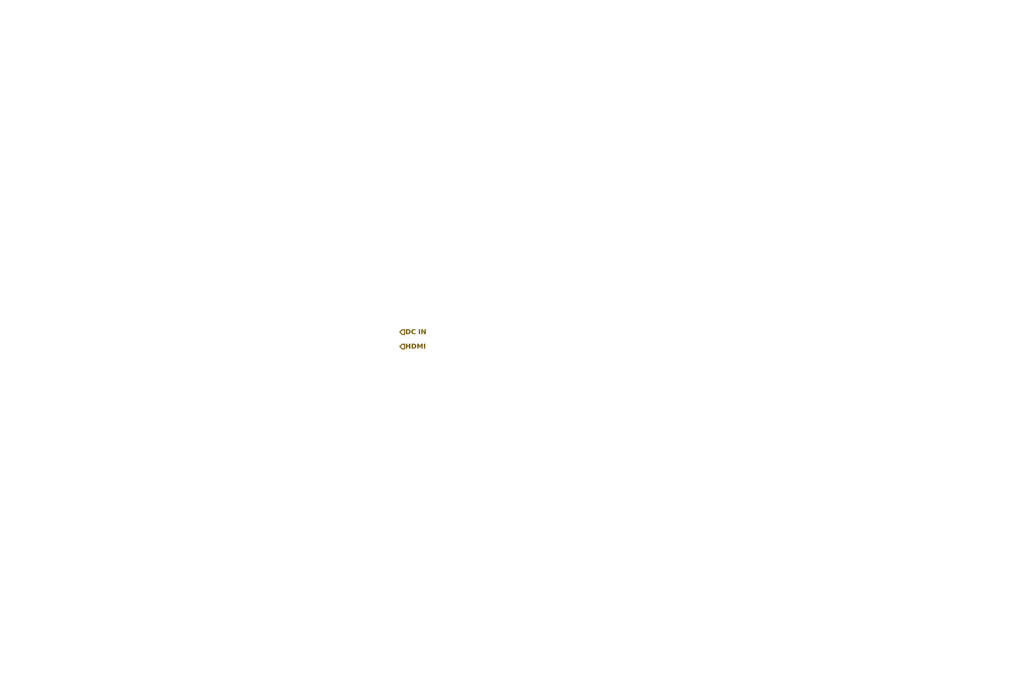
<source format=kicad_sch>
(kicad_sch
	(version 20240101)
	(generator "eeschema")
	(generator_version "8.99")
	(uuid "9656877e-9947-4465-b8a7-40790b2fc774")
	(paper "User" 270 180)
	(lib_symbols)
	(hierarchical_label "HDMI"
		(shape input)
		(at 105.41 91.44 0)
		(fields_autoplaced yes)
		(effects
			(font
				(face "JetBrains Mono")
				(size 1.27 1.27)
				(thickness 0.254)
				(bold yes)
			)
			(justify left)
		)
		(uuid "be31122e-0666-4c90-896d-a4825016af27")
	)
	(hierarchical_label "DC IN"
		(shape input)
		(at 105.41 87.63 0)
		(fields_autoplaced yes)
		(effects
			(font
				(face "JetBrains Mono")
				(size 1.27 1.27)
				(thickness 0.254)
				(bold yes)
			)
			(justify left)
		)
		(uuid "eb872876-9e19-4d6a-906b-c2c6a1497db8")
	)
)
</source>
